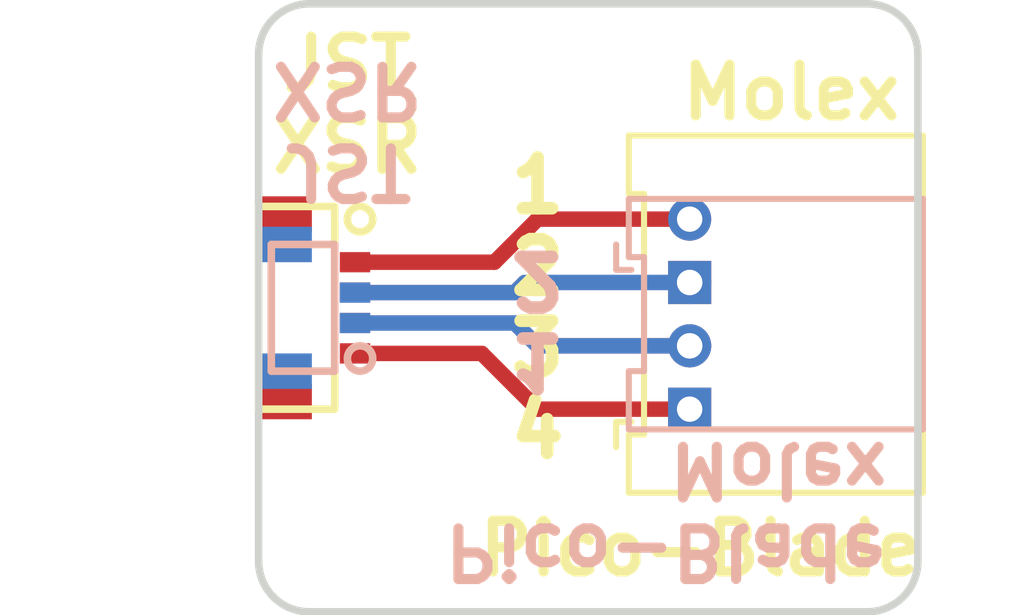
<source format=kicad_pcb>
(kicad_pcb (version 4) (host pcbnew 4.0.6)

  (general
    (links 8)
    (no_connects 0)
    (area 113.924999 96.924999 127.075001 109.075001)
    (thickness 1.6)
    (drawings 16)
    (tracks 18)
    (zones 0)
    (modules 4)
    (nets 5)
  )

  (page A4)
  (layers
    (0 F.Cu signal)
    (31 B.Cu signal)
    (32 B.Adhes user)
    (33 F.Adhes user)
    (34 B.Paste user)
    (35 F.Paste user)
    (36 B.SilkS user)
    (37 F.SilkS user)
    (38 B.Mask user)
    (39 F.Mask user)
    (40 Dwgs.User user)
    (41 Cmts.User user)
    (42 Eco1.User user)
    (43 Eco2.User user)
    (44 Edge.Cuts user)
    (45 Margin user)
    (46 B.CrtYd user)
    (47 F.CrtYd user)
    (48 B.Fab user)
    (49 F.Fab user)
  )

  (setup
    (last_trace_width 0.3048)
    (user_trace_width 0.3048)
    (user_trace_width 0.4064)
    (trace_clearance 0.2)
    (zone_clearance 0.508)
    (zone_45_only no)
    (trace_min 0.2)
    (segment_width 0.2)
    (edge_width 0.15)
    (via_size 0.6)
    (via_drill 0.4)
    (via_min_size 0.4)
    (via_min_drill 0.3)
    (uvia_size 0.3)
    (uvia_drill 0.1)
    (uvias_allowed no)
    (uvia_min_size 0.2)
    (uvia_min_drill 0.1)
    (pcb_text_width 0.3)
    (pcb_text_size 1.5 1.5)
    (mod_edge_width 0.15)
    (mod_text_size 1 1)
    (mod_text_width 0.15)
    (pad_size 1.524 1.524)
    (pad_drill 0.762)
    (pad_to_mask_clearance 0.05)
    (aux_axis_origin 0 0)
    (visible_elements 7FFFFFFF)
    (pcbplotparams
      (layerselection 0x00030_80000001)
      (usegerberextensions false)
      (excludeedgelayer true)
      (linewidth 0.100000)
      (plotframeref false)
      (viasonmask false)
      (mode 1)
      (useauxorigin false)
      (hpglpennumber 1)
      (hpglpenspeed 20)
      (hpglpendiameter 15)
      (hpglpenoverlay 2)
      (psnegative false)
      (psa4output false)
      (plotreference true)
      (plotvalue true)
      (plotinvisibletext false)
      (padsonsilk false)
      (subtractmaskfromsilk false)
      (outputformat 1)
      (mirror false)
      (drillshape 1)
      (scaleselection 1)
      (outputdirectory ""))
  )

  (net 0 "")
  (net 1 "Net-(J1-Pad2)")
  (net 2 "Net-(J1-Pad4)")
  (net 3 "Net-(J1-Pad1)")
  (net 4 "Net-(J1-Pad3)")

  (net_class Default "This is the default net class."
    (clearance 0.2)
    (trace_width 0.25)
    (via_dia 0.6)
    (via_drill 0.4)
    (uvia_dia 0.3)
    (uvia_drill 0.1)
    (add_net "Net-(J1-Pad1)")
    (add_net "Net-(J1-Pad2)")
    (add_net "Net-(J1-Pad3)")
    (add_net "Net-(J1-Pad4)")
  )

  (module JST_SXSR_02_Straight (layer B.Cu) (tedit 5F99FF49) (tstamp 5F99F5B0)
    (at 114 103 270)
    (descr http://www.jst-mfg.com/product/pdf/eng/eSH.pdf)
    (tags "connector jst sh")
    (path /5F99F5BB)
    (attr smd)
    (fp_text reference J4 (at -3.25 -0.75 270) (layer B.SilkS) hide
      (effects (font (size 1 1) (thickness 0.15)) (justify mirror))
    )
    (fp_text value JST_XSR_02 (at 0 -3.5 270) (layer B.Fab)
      (effects (font (size 1 1) (thickness 0.15)) (justify mirror))
    )
    (fp_line (start -1.25 -0.25) (end -1.25 -1.5) (layer B.SilkS) (width 0.15))
    (fp_line (start -1.25 -1.5) (end 1 -1.5) (layer B.SilkS) (width 0.15))
    (fp_line (start 1 -1.5) (end 1.25 -1.5) (layer B.SilkS) (width 0.15))
    (fp_line (start 1.25 -1.5) (end 1.25 -0.25) (layer B.SilkS) (width 0.15))
    (fp_line (start 1.25 -0.25) (end -1.25 -0.25) (layer B.SilkS) (width 0.15))
    (fp_circle (center 1 -2) (end 1 -1.75) (layer B.SilkS) (width 0.15))
    (fp_line (start -3.9 -2.55) (end -3.9 2.7) (layer B.CrtYd) (width 0.05))
    (fp_line (start -3.9 2.7) (end 3.9 2.7) (layer B.CrtYd) (width 0.05))
    (fp_line (start 3.9 2.7) (end 3.9 -2.55) (layer B.CrtYd) (width 0.05))
    (fp_line (start 3.9 -2.55) (end -3.9 -2.55) (layer B.CrtYd) (width 0.05))
    (pad 2 smd rect (at -0.3 -1.9 270) (size 0.4 0.6) (layers B.Cu B.Paste B.Mask)
      (net 1 "Net-(J1-Pad2)"))
    (pad 1 smd rect (at 0.3 -1.9 270) (size 0.4 0.6) (layers B.Cu B.Paste B.Mask)
      (net 4 "Net-(J1-Pad3)"))
    (pad "" smd rect (at -1.25 -0.525 270) (size 0.7 1.05) (layers B.Cu B.Paste B.Mask))
    (pad "" smd rect (at 1.25 -0.525 270) (size 0.7 1.05) (layers B.Cu B.Paste B.Mask))
  )

  (module JST_SXSR_04_Straight (layer F.Cu) (tedit 5F99FF0D) (tstamp 5F99F550)
    (at 114 103 90)
    (descr http://www.jst-mfg.com/product/pdf/eng/eSH.pdf)
    (tags "connector jst sh")
    (path /5D82A146)
    (attr smd)
    (fp_text reference J1 (at -3.25 0.75 90) (layer F.SilkS) hide
      (effects (font (size 1 1) (thickness 0.15)))
    )
    (fp_text value JST_XSR_04 (at 0 3.5 90) (layer F.Fab)
      (effects (font (size 1 1) (thickness 0.15)))
    )
    (fp_circle (center 1.75 2) (end 1.75 1.75) (layer F.SilkS) (width 0.15))
    (fp_line (start -2 0) (end -2 1.5) (layer F.SilkS) (width 0.15))
    (fp_line (start -2 1.5) (end 2 1.5) (layer F.SilkS) (width 0.15))
    (fp_line (start 2 1.5) (end 2 0) (layer F.SilkS) (width 0.15))
    (fp_line (start 2 0) (end -2 0) (layer F.SilkS) (width 0.15))
    (fp_line (start -3.9 2.55) (end -3.9 -2.7) (layer F.CrtYd) (width 0.05))
    (fp_line (start -3.9 -2.7) (end 3.9 -2.7) (layer F.CrtYd) (width 0.05))
    (fp_line (start 3.9 -2.7) (end 3.9 2.55) (layer F.CrtYd) (width 0.05))
    (fp_line (start 3.9 2.55) (end -3.9 2.55) (layer F.CrtYd) (width 0.05))
    (pad 4 smd rect (at -0.9 1.9 90) (size 0.4 0.6) (layers F.Cu F.Paste F.Mask)
      (net 2 "Net-(J1-Pad4)"))
    (pad 3 smd rect (at -0.3 1.9 90) (size 0.4 0.6) (layers F.Cu F.Paste F.Mask)
      (net 4 "Net-(J1-Pad3)"))
    (pad 2 smd rect (at 0.3 1.9 90) (size 0.4 0.6) (layers F.Cu F.Paste F.Mask)
      (net 1 "Net-(J1-Pad2)"))
    (pad 1 smd rect (at 0.9 1.9 90) (size 0.4 0.6) (layers F.Cu F.Paste F.Mask)
      (net 3 "Net-(J1-Pad1)"))
    (pad "" smd rect (at -1.85 0.525 90) (size 0.7 1.05) (layers F.Cu F.Paste F.Mask))
    (pad "" smd rect (at 1.85 0.525 90) (size 0.7 1.05) (layers F.Cu F.Paste F.Mask))
  )

  (module Connectors_Molex:Molex_PicoBlade_53048-0410_04x1.25mm_Angled (layer F.Cu) (tedit 5F9AD72F) (tstamp 5F9AD958)
    (at 122.5 105 90)
    (descr "Molex PicoBlade, single row, side entry type, through hole, PN:53048-0410")
    (tags "connector molex picoblade")
    (path /5F99FBA3)
    (fp_text reference J2 (at 1.875 -2.25 90) (layer F.SilkS) hide
      (effects (font (size 1 1) (thickness 0.15)))
    )
    (fp_text value PICO_04 (at 1.875 5.75 90) (layer F.Fab)
      (effects (font (size 1 1) (thickness 0.15)))
    )
    (fp_line (start -0.25 -1.15) (end -0.25 -1.45) (layer F.SilkS) (width 0.12))
    (fp_line (start -0.25 -1.45) (end -0.75 -1.45) (layer F.SilkS) (width 0.12))
    (fp_line (start -0.25 -1.15) (end -0.25 -1.45) (layer F.Fab) (width 0.1))
    (fp_line (start -0.25 -1.45) (end -0.75 -1.45) (layer F.Fab) (width 0.1))
    (fp_line (start 1.85 -1.25) (end -0.15 -1.25) (layer F.CrtYd) (width 0.05))
    (fp_line (start -0.15 -1.25) (end -0.15 -1.55) (layer F.CrtYd) (width 0.05))
    (fp_line (start -0.15 -1.55) (end -2 -1.55) (layer F.CrtYd) (width 0.05))
    (fp_line (start -2 -1.55) (end -2 4.95) (layer F.CrtYd) (width 0.05))
    (fp_line (start -2 4.95) (end 1.85 4.95) (layer F.CrtYd) (width 0.05))
    (fp_line (start 1.85 -1.25) (end 3.9 -1.25) (layer F.CrtYd) (width 0.05))
    (fp_line (start 3.9 -1.25) (end 3.9 -1.55) (layer F.CrtYd) (width 0.05))
    (fp_line (start 3.9 -1.55) (end 5.75 -1.55) (layer F.CrtYd) (width 0.05))
    (fp_line (start 5.75 -1.55) (end 5.75 4.95) (layer F.CrtYd) (width 0.05))
    (fp_line (start 5.75 4.95) (end 1.85 4.95) (layer F.CrtYd) (width 0.05))
    (fp_line (start 1.875 -0.75) (end -0.65 -0.75) (layer F.Fab) (width 0.1))
    (fp_line (start -0.65 -0.75) (end -0.65 -1.05) (layer F.Fab) (width 0.1))
    (fp_line (start -0.65 -1.05) (end -1.5 -1.05) (layer F.Fab) (width 0.1))
    (fp_line (start -1.5 -1.05) (end -1.5 4.45) (layer F.Fab) (width 0.1))
    (fp_line (start -1.5 4.45) (end 1.875 4.45) (layer F.Fab) (width 0.1))
    (fp_line (start 1.875 -0.75) (end 4.4 -0.75) (layer F.Fab) (width 0.1))
    (fp_line (start 4.4 -0.75) (end 4.4 -1.05) (layer F.Fab) (width 0.1))
    (fp_line (start 4.4 -1.05) (end 5.25 -1.05) (layer F.Fab) (width 0.1))
    (fp_line (start 5.25 -1.05) (end 5.25 4.45) (layer F.Fab) (width 0.1))
    (fp_line (start 5.25 4.45) (end 1.875 4.45) (layer F.Fab) (width 0.1))
    (fp_line (start 1.875 -0.9) (end -0.5 -0.9) (layer F.SilkS) (width 0.12))
    (fp_line (start -0.5 -0.9) (end -0.5 -1.2) (layer F.SilkS) (width 0.12))
    (fp_line (start -0.5 -1.2) (end -1.65 -1.2) (layer F.SilkS) (width 0.12))
    (fp_line (start -1.65 -1.2) (end -1.65 4.6) (layer F.SilkS) (width 0.12))
    (fp_line (start -1.65 4.6) (end 1.875 4.6) (layer F.SilkS) (width 0.12))
    (fp_line (start 1.875 -0.9) (end 4.25 -0.9) (layer F.SilkS) (width 0.12))
    (fp_line (start 4.25 -0.9) (end 4.25 -1.2) (layer F.SilkS) (width 0.12))
    (fp_line (start 4.25 -1.2) (end 5.4 -1.2) (layer F.SilkS) (width 0.12))
    (fp_line (start 5.4 -1.2) (end 5.4 4.6) (layer F.SilkS) (width 0.12))
    (fp_line (start 5.4 4.6) (end 1.875 4.6) (layer F.SilkS) (width 0.12))
    (fp_text user %R (at 1.875 3 90) (layer F.Fab)
      (effects (font (size 1 1) (thickness 0.15)))
    )
    (pad 1 thru_hole rect (at 0 0 90) (size 0.85 0.85) (drill 0.5) (layers *.Cu *.Mask)
      (net 2 "Net-(J1-Pad4)"))
    (pad 2 thru_hole circle (at 1.25 0 90) (size 0.85 0.85) (drill 0.5) (layers *.Cu *.Mask)
      (net 4 "Net-(J1-Pad3)"))
    (pad 3 thru_hole circle (at 2.5 0 90) (size 0.85 0.85) (drill 0.5) (layers *.Cu *.Mask)
      (net 1 "Net-(J1-Pad2)"))
    (pad 4 thru_hole circle (at 3.75 0 90) (size 0.85 0.85) (drill 0.5) (layers *.Cu *.Mask)
      (net 3 "Net-(J1-Pad1)"))
    (model ${KISYS3DMOD}/Connectors_Molex.3dshapes/Molex_PicoBlade_53048-0410_04x1.25mm_Angled.wrl
      (at (xyz 0 0 0))
      (scale (xyz 1 1 1))
      (rotate (xyz 0 0 0))
    )
  )

  (module Connectors_Molex:Molex_PicoBlade_53048-0210_02x1.25mm_Angled (layer B.Cu) (tedit 5F9AD826) (tstamp 5F9AD981)
    (at 122.5 102.5 270)
    (descr "Molex PicoBlade, single row, side entry type, through hole, PN:53048-0210")
    (tags "connector molex picoblade")
    (path /5F9AD7D7)
    (fp_text reference J3 (at 0.5 -1.5 270) (layer B.SilkS) hide
      (effects (font (size 1 1) (thickness 0.15)) (justify mirror))
    )
    (fp_text value PICO_02 (at 0.625 -5.75 270) (layer B.Fab)
      (effects (font (size 1 1) (thickness 0.15)) (justify mirror))
    )
    (fp_line (start -0.25 1.15) (end -0.25 1.45) (layer B.SilkS) (width 0.12))
    (fp_line (start -0.25 1.45) (end -0.75 1.45) (layer B.SilkS) (width 0.12))
    (fp_line (start -0.25 1.15) (end -0.25 1.45) (layer B.Fab) (width 0.1))
    (fp_line (start -0.25 1.45) (end -0.75 1.45) (layer B.Fab) (width 0.1))
    (fp_line (start 0.6 1.25) (end -0.15 1.25) (layer B.CrtYd) (width 0.05))
    (fp_line (start -0.15 1.25) (end -0.15 1.55) (layer B.CrtYd) (width 0.05))
    (fp_line (start -0.15 1.55) (end -2 1.55) (layer B.CrtYd) (width 0.05))
    (fp_line (start -2 1.55) (end -2 -4.95) (layer B.CrtYd) (width 0.05))
    (fp_line (start -2 -4.95) (end 0.6 -4.95) (layer B.CrtYd) (width 0.05))
    (fp_line (start 0.6 1.25) (end 1.35 1.25) (layer B.CrtYd) (width 0.05))
    (fp_line (start 1.35 1.25) (end 1.35 1.55) (layer B.CrtYd) (width 0.05))
    (fp_line (start 1.35 1.55) (end 3.25 1.55) (layer B.CrtYd) (width 0.05))
    (fp_line (start 3.25 1.55) (end 3.25 -4.95) (layer B.CrtYd) (width 0.05))
    (fp_line (start 3.25 -4.95) (end 0.6 -4.95) (layer B.CrtYd) (width 0.05))
    (fp_line (start 0.625 0.75) (end -0.65 0.75) (layer B.Fab) (width 0.1))
    (fp_line (start -0.65 0.75) (end -0.65 1.05) (layer B.Fab) (width 0.1))
    (fp_line (start -0.65 1.05) (end -1.5 1.05) (layer B.Fab) (width 0.1))
    (fp_line (start -1.5 1.05) (end -1.5 -4.45) (layer B.Fab) (width 0.1))
    (fp_line (start -1.5 -4.45) (end 0.625 -4.45) (layer B.Fab) (width 0.1))
    (fp_line (start 0.625 0.75) (end 1.9 0.75) (layer B.Fab) (width 0.1))
    (fp_line (start 1.9 0.75) (end 1.9 1.05) (layer B.Fab) (width 0.1))
    (fp_line (start 1.9 1.05) (end 2.75 1.05) (layer B.Fab) (width 0.1))
    (fp_line (start 2.75 1.05) (end 2.75 -4.45) (layer B.Fab) (width 0.1))
    (fp_line (start 2.75 -4.45) (end 0.625 -4.45) (layer B.Fab) (width 0.1))
    (fp_line (start 0.625 0.9) (end -0.5 0.9) (layer B.SilkS) (width 0.12))
    (fp_line (start -0.5 0.9) (end -0.5 1.2) (layer B.SilkS) (width 0.12))
    (fp_line (start -0.5 1.2) (end -1.65 1.2) (layer B.SilkS) (width 0.12))
    (fp_line (start -1.65 1.2) (end -1.65 -4.6) (layer B.SilkS) (width 0.12))
    (fp_line (start -1.65 -4.6) (end 0.625 -4.6) (layer B.SilkS) (width 0.12))
    (fp_line (start 0.625 0.9) (end 1.75 0.9) (layer B.SilkS) (width 0.12))
    (fp_line (start 1.75 0.9) (end 1.75 1.2) (layer B.SilkS) (width 0.12))
    (fp_line (start 1.75 1.2) (end 2.9 1.2) (layer B.SilkS) (width 0.12))
    (fp_line (start 2.9 1.2) (end 2.9 -4.6) (layer B.SilkS) (width 0.12))
    (fp_line (start 2.9 -4.6) (end 0.625 -4.6) (layer B.SilkS) (width 0.12))
    (fp_text user %R (at 0.625 -3 270) (layer B.Fab)
      (effects (font (size 1 1) (thickness 0.15)) (justify mirror))
    )
    (pad 1 thru_hole rect (at 0 0 270) (size 0.85 0.85) (drill 0.5) (layers *.Cu *.Mask)
      (net 1 "Net-(J1-Pad2)"))
    (pad 2 thru_hole circle (at 1.25 0 270) (size 0.85 0.85) (drill 0.5) (layers *.Cu *.Mask)
      (net 4 "Net-(J1-Pad3)"))
    (model ${KISYS3DMOD}/Connectors_Molex.3dshapes/Molex_PicoBlade_53048-0210_02x1.25mm_Angled.wrl
      (at (xyz 0 0 0))
      (scale (xyz 1 1 1))
      (rotate (xyz 0 0 0))
    )
  )

  (gr_text Molex (at 122.25 98.75) (layer F.SilkS)
    (effects (font (size 1 1) (thickness 0.2)) (justify left))
  )
  (gr_line (start 114 98) (end 114 108) (angle 90) (layer Edge.Cuts) (width 0.15))
  (gr_line (start 126 97) (end 115 97) (angle 90) (layer Edge.Cuts) (width 0.15))
  (gr_line (start 127 108) (end 127 98) (angle 90) (layer Edge.Cuts) (width 0.15))
  (gr_line (start 115 109) (end 126 109) (angle 90) (layer Edge.Cuts) (width 0.15))
  (gr_arc (start 115 108) (end 115 109) (angle 90) (layer Edge.Cuts) (width 0.15))
  (gr_arc (start 115 98) (end 114 98) (angle 90) (layer Edge.Cuts) (width 0.15))
  (gr_arc (start 126 98) (end 126 97) (angle 90) (layer Edge.Cuts) (width 0.15))
  (gr_arc (start 126 108) (end 127 108) (angle 90) (layer Edge.Cuts) (width 0.15))
  (gr_line (start 109 103) (end 129 103) (angle 90) (layer Dwgs.User) (width 0.2))
  (gr_text "1\n2" (at 119.5 103.25 180) (layer B.SilkS)
    (effects (font (size 1 1) (thickness 0.25)) (justify mirror))
  )
  (gr_text "1\n2\n3\n4" (at 119.5 103) (layer F.SilkS)
    (effects (font (size 1 1) (thickness 0.25)))
  )
  (gr_text "JST\nXSR" (at 115.75 99) (layer F.SilkS)
    (effects (font (size 1 1) (thickness 0.2)))
  )
  (gr_text "JST\nXSR" (at 115.75 99.5 180) (layer B.SilkS)
    (effects (font (size 1 1) (thickness 0.2)) (justify mirror))
  )
  (gr_text "Pico-Blade\nMolex" (at 126.5 107 180) (layer B.SilkS)
    (effects (font (size 1 1) (thickness 0.2)) (justify right mirror))
  )
  (gr_text "Pico-Blade " (at 118.25 107.75) (layer F.SilkS)
    (effects (font (size 1 1) (thickness 0.2)) (justify left))
  )

  (segment (start 115.9 102.7) (end 119.05 102.7) (width 0.3048) (layer B.Cu) (net 1))
  (segment (start 119.25 102.5) (end 122.5 102.5) (width 0.3048) (layer B.Cu) (net 1) (tstamp 5F9ADB1B) (status 20))
  (segment (start 119.05 102.7) (end 119.25 102.5) (width 0.3048) (layer B.Cu) (net 1) (tstamp 5F9ADB1A))
  (segment (start 115.9 102.7) (end 119.05 102.7) (width 0.3048) (layer F.Cu) (net 1))
  (segment (start 119.25 102.5) (end 122.5 102.5) (width 0.3048) (layer F.Cu) (net 1) (tstamp 5F9ADB0E) (status 20))
  (segment (start 119.05 102.7) (end 119.25 102.5) (width 0.3048) (layer F.Cu) (net 1) (tstamp 5F9ADB0D))
  (segment (start 115.9 103.9) (end 118.4 103.9) (width 0.3048) (layer F.Cu) (net 2))
  (segment (start 119.5 105) (end 122.5 105) (width 0.3048) (layer F.Cu) (net 2) (tstamp 5F9ADB17) (status 20))
  (segment (start 118.4 103.9) (end 119.5 105) (width 0.3048) (layer F.Cu) (net 2) (tstamp 5F9ADB15))
  (segment (start 115.9 102.1) (end 118.65 102.1) (width 0.3048) (layer F.Cu) (net 3))
  (segment (start 119.5 101.25) (end 122.5 101.25) (width 0.3048) (layer F.Cu) (net 3) (tstamp 5F9ADB0A) (status 20))
  (segment (start 118.65 102.1) (end 119.5 101.25) (width 0.3048) (layer F.Cu) (net 3) (tstamp 5F9ADB09))
  (segment (start 115.9 103.3) (end 119.05 103.3) (width 0.3048) (layer B.Cu) (net 4))
  (segment (start 119.5 103.75) (end 122.5 103.75) (width 0.3048) (layer B.Cu) (net 4) (tstamp 5F9ADB1F) (status 20))
  (segment (start 119.05 103.3) (end 119.5 103.75) (width 0.3048) (layer B.Cu) (net 4) (tstamp 5F9ADB1E))
  (segment (start 115.9 103.3) (end 119.05 103.3) (width 0.3048) (layer F.Cu) (net 4))
  (segment (start 119.5 103.75) (end 122.5 103.75) (width 0.3048) (layer F.Cu) (net 4) (tstamp 5F9ADB12) (status 20))
  (segment (start 119.05 103.3) (end 119.5 103.75) (width 0.3048) (layer F.Cu) (net 4) (tstamp 5F9ADB11))

)

</source>
